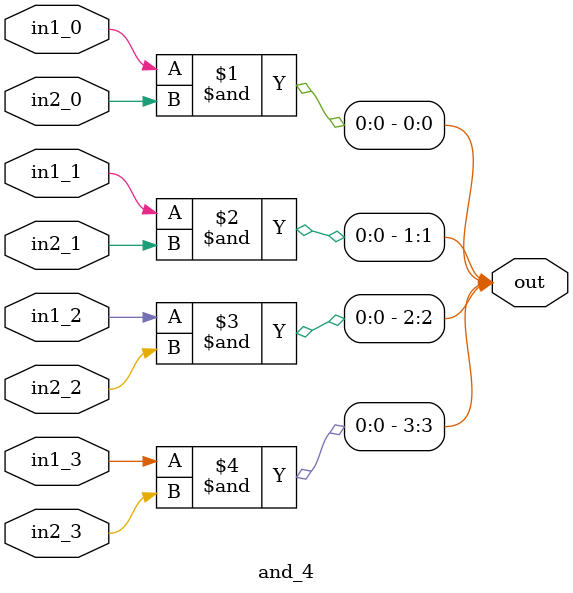
<source format=v>
module and_4(
    input in1_0,
    input in1_1,
    input in1_2,
    input in1_3,
    input in2_0,
    input in2_1,
    input in2_2,
    input in2_3,
    output [3:0] out
);
    and a0(out[0], in1_0, in2_0);
    and a1(out[1], in1_1, in2_1);
    and a2(out[2], in1_2, in2_2);
    and a3(out[3], in1_3, in2_3);

endmodule
</source>
